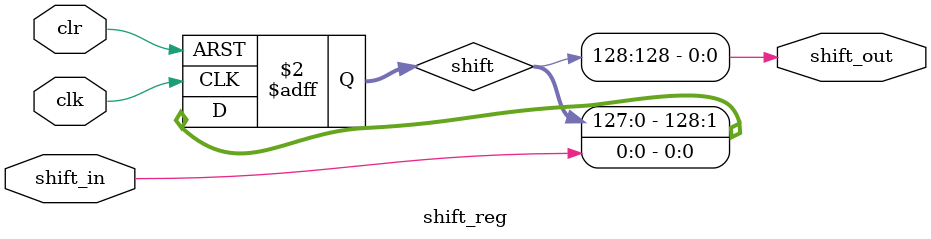
<source format=v>


module adder_FFs(a,b,clk,clr,d_out,cout);

input [127:0] a,b;
output [127:0] d_out;
input clr, clk;
output [1:0]cout;

shift_reg sf1(.shift_in(a[0]),.clk(clk),.clr(clr),.shift_out(s_out_w));
adder ad1(.a(a),.b(b),.cin(s_out_w),.sum(d_out),.cout(cout[0]));
shift_reg sf2(.shift_in(cout[0]),.clk(clk),.clr(clr),.shift_out(cout[1]));


endmodule

module adder(cout, sum, a, b, cin);
parameter size = 128;  /* declare a parameter. default required */
output cout;
output [size-1:0] sum; 	 // sum uses the size parameter
input cin;
input [size-1:0] a, b;  // 'a' and 'b' use the size parameter

assign {cout, sum} = a + b + cin;

endmodule

module shift_reg #( parameter size = 128 ) (shift_in, clk, clr, shift_out);

   // Port Declaration
   input   shift_in;
   input   clk;
   input   clr;
   output  shift_out;
   
   reg [ size:0 ] shift; // shift register  
   
    always @ (posedge clk or posedge clr)
     begin
	if (clr)
          shift = 0;	  	
	else 
	  shift = { shift[size-1:0] , shift_in } ;	
     end
   
   assign shift_out = shift[size];   
   
endmodule 








</source>
